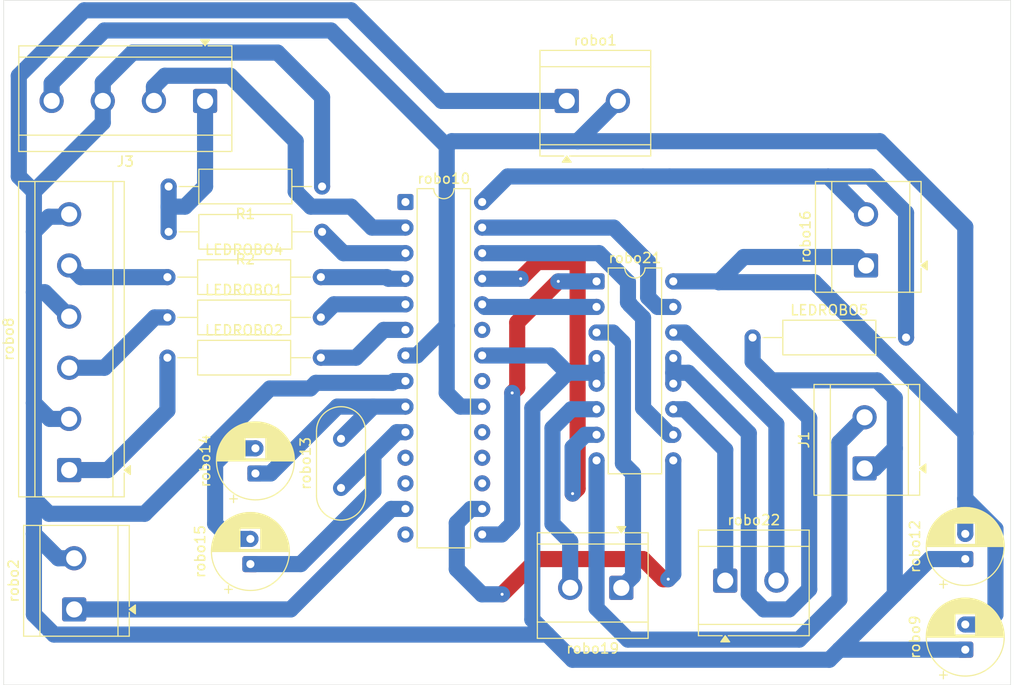
<source format=kicad_pcb>
(kicad_pcb (version 20241229) (generator "pcbnew") (generator_version "9.0")
  (layers (0 "F.Cu" signal) (2 "B.Cu" signal) (13 "F.Paste" user) (15 "B.Paste" user) (5 "F.SilkS" user "F.Silkscreen") (7 "B.SilkS" user "B.Silkscreen") (1 "F.Mask" user) (3 "B.Mask" user) (25 "Edge.Cuts" user))
  (net 0 "")
  (net 1 "GND ROBO")
  (net 2 "VCC ROBO")
  (net 3 "Net-(robo21-4Y)")
  (net 4 "Net-(robo21-3Y)")
  (net 5 "Net-(robo8-Pin_3)")
  (net 6 "Led_2")
  (net 7 "Net-(robo8-Pin_1)")
  (net 8 "Net-(J3-Pin_2)")
  (net 9 "Led_3")
  (net 10 "Net-(J3-Pin_1)")
  (net 11 "Net-(robo8-Pin_5)")
  (net 12 "Sentido Anti Horario Motor1")
  (net 14 "Sentido Anti Horario Motor2")
  (net 15 "Sentido Horario Motor1")
  (net 16 "Sentido Horario Motor2")
  (net 17 "Led_1")
  (net 18 "PWM MOTOR2")
  (net 20 "Net-(robo10-XTAL1{slash}PB6)")
  (net 22 "PWM MOTOR1")
  (net 23 "Net-(robo10-XTAL2{slash}PB7)")
  (net 25 "Net-(robo19-Pin_2)")
  (net 27 "Net-(robo19-Pin_1)")
  (net 29 "Net-(robo10-PC5)")
  (net 30 "VCC 9V")
  (net 32 "Net-(robo10-PD7)")
  (net 34 "Net-(robo10-PD1)")
  (footprint "TerminalBlock_CUI:TerminalBlock_CUI_TB007-508-02_1x02_P5.08mm_Horizontal" (layer "F.Cu") (at 171.16 75.1425)
    (property "Reference" "robo22" (at 2.84 -6.02 0) (layer "F.SilkS"))
    (property "Value" "motor")
    (pad "1" thru_hole roundrect (at 0 0) (size 2.4 2.4) (drill 1.6) (layers "*.Cu" "*.Mask") (roundrect_rratio 0.104167) (net 4 "Net-(robo21-3Y)"))
    (pad "2" thru_hole circle (at 5.08 0) (size 2.4 2.4) (drill 1.6) (layers "*.Cu" "*.Mask") (net 3 "Net-(robo21-4Y)"))
  )
  (footprint "Crystal:Crystal_HC49-4H_Vertical" (layer "F.Cu") (at 133 65.94 90)
    (property "Reference" "robo13" (at 2.44 -3.52 90) (layer "F.SilkS"))
    (property "Value" "Crystal")
    (pad "1" thru_hole circle (at 0 0 90) (size 1.5 1.5) (drill 0.8) (layers "*.Cu" "*.Mask") (net 23 "Net-(robo10-XTAL2{slash}PB7)"))
    (pad "2" thru_hole circle (at 4.88 0 90) (size 1.5 1.5) (drill 0.8) (layers "*.Cu" "*.Mask") (net 20 "Net-(robo10-XTAL1{slash}PB6)"))
  )
  (footprint "TerminalBlock_CUI:TerminalBlock_CUI_TB007-508-06_1x06_P5.08mm_Horizontal" (layer "F.Cu") (at 106 64.16 90)
    (property "Reference" "robo8" (at 13 -6.02 90) (layer "F.SilkS"))
    (property "Value" "leds")
    (pad "1" thru_hole roundrect (at 0 0 90) (size 2.4 2.4) (drill 1.6) (layers "*.Cu" "*.Mask") (roundrect_rratio 0.104167) (net 7 "Net-(robo8-Pin_1)"))
    (pad "2" thru_hole circle (at 5.08 0 90) (size 2.4 2.4) (drill 1.6) (layers "*.Cu" "*.Mask") (net 1 "GND ROBO"))
    (pad "3" thru_hole circle (at 10.16 0 90) (size 2.4 2.4) (drill 1.6) (layers "*.Cu" "*.Mask") (net 5 "Net-(robo8-Pin_3)"))
    (pad "4" thru_hole circle (at 15.24 0 90) (size 2.4 2.4) (drill 1.6) (layers "*.Cu" "*.Mask") (net 1 "GND ROBO"))
    (pad "5" thru_hole circle (at 20.32 0 90) (size 2.4 2.4) (drill 1.6) (layers "*.Cu" "*.Mask") (net 11 "Net-(robo8-Pin_5)"))
    (pad "6" thru_hole circle (at 25.4 0 90) (size 2.4 2.4) (drill 1.6) (layers "*.Cu" "*.Mask") (net 1 "GND ROBO"))
  )
  (footprint "Package_DIP:DIP-28_W7.62mm" (layer "F.Cu") (at 139.4 37.54)
    (property "Reference" "robo10" (at 3.81 -2.33 0) (layer "F.SilkS"))
    (property "Value" "ATmega328-P")
    (pad "1" thru_hole roundrect (at 0 0) (size 1.6 1.6) (drill 0.8) (layers "*.Cu" "*.Mask") (roundrect_rratio 0.15625))
    (pad "2" thru_hole circle (at 0 2.54) (size 1.6 1.6) (drill 0.8) (layers "*.Cu" "*.Mask") (net 8 "Net-(J3-Pin_2)"))
    (pad "3" thru_hole circle (at 0 5.08) (size 1.6 1.6) (drill 0.8) (layers "*.Cu" "*.Mask") (net 34 "Net-(robo10-PD1)"))
    (pad "4" thru_hole circle (at 0 7.62) (size 1.6 1.6) (drill 0.8) (layers "*.Cu" "*.Mask") (net 17 "Led_1"))
    (pad "5" thru_hole circle (at 0 10.16) (size 1.6 1.6) (drill 0.8) (layers "*.Cu" "*.Mask") (net 6 "Led_2"))
    (pad "6" thru_hole circle (at 0 12.7) (size 1.6 1.6) (drill 0.8) (layers "*.Cu" "*.Mask") (net 9 "Led_3"))
    (pad "7" thru_hole circle (at 0 15.24) (size 1.6 1.6) (drill 0.8) (layers "*.Cu" "*.Mask") (net 2 "VCC ROBO"))
    (pad "8" thru_hole circle (at 0 17.78) (size 1.6 1.6) (drill 0.8) (layers "*.Cu" "*.Mask") (net 1 "GND ROBO"))
    (pad "9" thru_hole circle (at 0 20.32) (size 1.6 1.6) (drill 0.8) (layers "*.Cu" "*.Mask") (net 20 "Net-(robo10-XTAL1{slash}PB6)"))
    (pad "10" thru_hole circle (at 0 22.86) (size 1.6 1.6) (drill 0.8) (layers "*.Cu" "*.Mask") (net 23 "Net-(robo10-XTAL2{slash}PB7)"))
    (pad "11" thru_hole circle (at 0 25.4) (size 1.6 1.6) (drill 0.8) (layers "*.Cu" "*.Mask"))
    (pad "12" thru_hole circle (at 0 27.94) (size 1.6 1.6) (drill 0.8) (layers "*.Cu" "*.Mask"))
    (pad "13" thru_hole circle (at 0 30.48) (size 1.6 1.6) (drill 0.8) (layers "*.Cu" "*.Mask") (net 32 "Net-(robo10-PD7)"))
    (pad "14" thru_hole circle (at 0 33.02) (size 1.6 1.6) (drill 0.8) (layers "*.Cu" "*.Mask"))
    (pad "15" thru_hole circle (at 7.62 33.02) (size 1.6 1.6) (drill 0.8) (layers "*.Cu" "*.Mask") (net 22 "PWM MOTOR1"))
    (pad "16" thru_hole circle (at 7.62 30.48) (size 1.6 1.6) (drill 0.8) (layers "*.Cu" "*.Mask") (net 18 "PWM MOTOR2"))
    (pad "17" thru_hole circle (at 7.62 27.94) (size 1.6 1.6) (drill 0.8) (layers "*.Cu" "*.Mask"))
    (pad "18" thru_hole circle (at 7.62 25.4) (size 1.6 1.6) (drill 0.8) (layers "*.Cu" "*.Mask"))
    (pad "19" thru_hole circle (at 7.62 22.86) (size 1.6 1.6) (drill 0.8) (layers "*.Cu" "*.Mask"))
    (pad "20" thru_hole circle (at 7.62 20.32) (size 1.6 1.6) (drill 0.8) (layers "*.Cu" "*.Mask") (net 2 "VCC ROBO"))
    (pad "21" thru_hole circle (at 7.62 17.78) (size 1.6 1.6) (drill 0.8) (layers "*.Cu" "*.Mask"))
    (pad "22" thru_hole circle (at 7.62 15.24) (size 1.6 1.6) (drill 0.8) (layers "*.Cu" "*.Mask") (net 1 "GND ROBO"))
    (pad "23" thru_hole circle (at 7.62 12.7) (size 1.6 1.6) (drill 0.8) (layers "*.Cu" "*.Mask"))
    (pad "24" thru_hole circle (at 7.62 10.16) (size 1.6 1.6) (drill 0.8) (layers "*.Cu" "*.Mask") (net 15 "Sentido Horario Motor1"))
    (pad "25" thru_hole circle (at 7.62 7.62) (size 1.6 1.6) (drill 0.8) (layers "*.Cu" "*.Mask") (net 12 "Sentido Anti Horario Motor1"))
    (pad "26" thru_hole circle (at 7.62 5.08) (size 1.6 1.6) (drill 0.8) (layers "*.Cu" "*.Mask") (net 16 "Sentido Horario Motor2"))
    (pad "27" thru_hole circle (at 7.62 2.54) (size 1.6 1.6) (drill 0.8) (layers "*.Cu" "*.Mask") (net 14 "Sentido Anti Horario Motor2"))
    (pad "28" thru_hole circle (at 7.62 0) (size 1.6 1.6) (drill 0.8) (layers "*.Cu" "*.Mask") (net 29 "Net-(robo10-PC5)"))
  )
  (footprint "Resistor_THT:R_Axial_DIN0309_L9.0mm_D3.2mm_P15.24mm_Horizontal" (layer "F.Cu") (at 115.76 45)
    (property "Reference" "LEDROBO4" (at 7.62 -2.72 0) (layer "F.SilkS"))
    (property "Value" "220")
    (pad "1" thru_hole circle (at 0 0) (size 1.6 1.6) (drill 0.8) (layers "*.Cu" "*.Mask") (net 11 "Net-(robo8-Pin_5)"))
    (pad "2" thru_hole circle (at 15.24 0) (size 1.6 1.6) (drill 0.8) (layers "*.Cu" "*.Mask") (net 17 "Led_1"))
  )
  (footprint "Package_DIP:DIP-16_W7.62mm" (layer "F.Cu") (at 158.38 45.42)
    (property "Reference" "robo21" (at 3.81 -2.33 0) (layer "F.SilkS"))
    (property "Value" "L293")
    (pad "1" thru_hole roundrect (at 0 0) (size 1.6 1.6) (drill 0.8) (layers "*.Cu" "*.Mask") (roundrect_rratio 0.15625) (net 22 "PWM MOTOR1"))
    (pad "2" thru_hole circle (at 0 2.54) (size 1.6 1.6) (drill 0.8) (layers "*.Cu" "*.Mask") (net 15 "Sentido Horario Motor1"))
    (pad "3" thru_hole circle (at 0 5.08) (size 1.6 1.6) (drill 0.8) (layers "*.Cu" "*.Mask") (net 27 "Net-(robo19-Pin_1)"))
    (pad "4" thru_hole circle (at 0 7.62) (size 1.6 1.6) (drill 0.8) (layers "*.Cu" "*.Mask") (net 1 "GND ROBO"))
    (pad "5" thru_hole circle (at 0 10.16) (size 1.6 1.6) (drill 0.8) (layers "*.Cu" "*.Mask") (net 1 "GND ROBO"))
    (pad "6" thru_hole circle (at 0 12.7) (size 1.6 1.6) (drill 0.8) (layers "*.Cu" "*.Mask") (net 25 "Net-(robo19-Pin_2)"))
    (pad "7" thru_hole circle (at 0 15.24) (size 1.6 1.6) (drill 0.8) (layers "*.Cu" "*.Mask") (net 12 "Sentido Anti Horario Motor1"))
    (pad "8" thru_hole circle (at 0 17.78) (size 1.6 1.6) (drill 0.8) (layers "*.Cu" "*.Mask") (net 30 "VCC 9V"))
    (pad "9" thru_hole circle (at 7.62 17.78) (size 1.6 1.6) (drill 0.8) (layers "*.Cu" "*.Mask") (net 18 "PWM MOTOR2"))
    (pad "10" thru_hole circle (at 7.62 15.24) (size 1.6 1.6) (drill 0.8) (layers "*.Cu" "*.Mask") (net 16 "Sentido Horario Motor2"))
    (pad "11" thru_hole circle (at 7.62 12.7) (size 1.6 1.6) (drill 0.8) (layers "*.Cu" "*.Mask") (net 4 "Net-(robo21-3Y)"))
    (pad "12" thru_hole circle (at 7.62 10.16) (size 1.6 1.6) (drill 0.8) (layers "*.Cu" "*.Mask") (net 1 "GND ROBO"))
    (pad "13" thru_hole circle (at 7.62 7.62) (size 1.6 1.6) (drill 0.8) (layers "*.Cu" "*.Mask") (net 1 "GND ROBO"))
    (pad "14" thru_hole circle (at 7.62 5.08) (size 1.6 1.6) (drill 0.8) (layers "*.Cu" "*.Mask") (net 3 "Net-(robo21-4Y)"))
    (pad "15" thru_hole circle (at 7.62 2.54) (size 1.6 1.6) (drill 0.8) (layers "*.Cu" "*.Mask") (net 14 "Sentido Anti Horario Motor2"))
    (pad "16" thru_hole circle (at 7.62 0) (size 1.6 1.6) (drill 0.8) (layers "*.Cu" "*.Mask") (net 2 "VCC ROBO"))
  )
  (footprint "TerminalBlock_CUI:TerminalBlock_CUI_TB007-508-02_1x02_P5.08mm_Horizontal" (layer "F.Cu") (at 106.5 78 90)
    (property "Reference" "robo2" (at 2.84 -6.02 90) (layer "F.SilkS"))
    (property "Value" "laser")
    (pad "1" thru_hole roundrect (at 0 0 90) (size 2.4 2.4) (drill 1.6) (layers "*.Cu" "*.Mask") (roundrect_rratio 0.104167) (net 32 "Net-(robo10-PD7)"))
    (pad "2" thru_hole circle (at 5.08 0 90) (size 2.4 2.4) (drill 1.6) (layers "*.Cu" "*.Mask") (net 1 "GND ROBO"))
  )
  (footprint "Resistor_THT:R_Axial_DIN0309_L9.0mm_D3.2mm_P15.24mm_Horizontal" (layer "F.Cu") (at 173.88 51)
    (property "Reference" "LEDROBO5" (at 7.62 -2.72 0) (layer "F.SilkS"))
    (property "Value" "10k")
    (pad "1" thru_hole circle (at 0 0) (size 1.6 1.6) (drill 0.8) (layers "*.Cu" "*.Mask") (net 1 "GND ROBO"))
    (pad "2" thru_hole circle (at 15.24 0) (size 1.6 1.6) (drill 0.8) (layers "*.Cu" "*.Mask") (net 29 "Net-(robo10-PC5)"))
  )
  (footprint "Resistor_THT:R_Axial_DIN0309_L9.0mm_D3.2mm_P15.24mm_Horizontal" (layer "F.Cu") (at 115.76 53)
    (property "Reference" "LEDROBO2" (at 7.62 -2.72 0) (layer "F.SilkS"))
    (property "Value" "220")
    (pad "1" thru_hole circle (at 0 0) (size 1.6 1.6) (drill 0.8) (layers "*.Cu" "*.Mask") (net 7 "Net-(robo8-Pin_1)"))
    (pad "2" thru_hole circle (at 15.24 0) (size 1.6 1.6) (drill 0.8) (layers "*.Cu" "*.Mask") (net 9 "Led_3"))
  )
  (footprint "Capacitor_THT:CP_Radial_D7.5mm_P2.50mm" (layer "F.Cu") (at 124 73.5 90)
    (property "Reference" "robo15" (at 1.25 -5 90) (layer "F.SilkS"))
    (property "Value" "22pF")
    (pad "1" thru_hole roundrect (at 0 0 90) (size 1.6 1.6) (drill 0.8) (layers "*.Cu" "*.Mask") (roundrect_rratio 0.15625) (net 23 "Net-(robo10-XTAL2{slash}PB7)"))
    (pad "2" thru_hole circle (at 2.5 0 90) (size 1.6 1.6) (drill 0.8) (layers "*.Cu" "*.Mask") (net 1 "GND ROBO"))
  )
  (footprint "TerminalBlock_CUI:TerminalBlock_CUI_TB007-508-02_1x02_P5.08mm_Horizontal" (layer "F.Cu") (at 155.42 27.5)
    (property "Reference" "robo1" (at 2.84 -6.02 0) (layer "F.SilkS"))
    (property "Value" "Fonte de alimentação principal")
    (pad "1" thru_hole roundrect (at 0 0) (size 2.4 2.4) (drill 1.6) (layers "*.Cu" "*.Mask") (roundrect_rratio 0.104167) (net 1 "GND ROBO"))
    (pad "2" thru_hole circle (at 5.08 0) (size 2.4 2.4) (drill 1.6) (layers "*.Cu" "*.Mask") (net 2 "VCC ROBO"))
  )
  (footprint "TerminalBlock_CUI:TerminalBlock_CUI_TB007-508-04_1x04_P5.08mm_Horizontal" (layer "F.Cu") (at 119.5 27.5 180)
    (property "Reference" "J3" (at 7.92 -6.02 0) (layer "F.SilkS"))
    (property "Value" "hc06")
    (pad "1" thru_hole roundrect (at 0 0 180) (size 2.4 2.4) (drill 1.6) (layers "*.Cu" "*.Mask") (roundrect_rratio 0.104167) (net 10 "Net-(J3-Pin_1)"))
    (pad "2" thru_hole circle (at 5.08 0 180) (size 2.4 2.4) (drill 1.6) (layers "*.Cu" "*.Mask") (net 8 "Net-(J3-Pin_2)"))
    (pad "3" thru_hole circle (at 10.16 0 180) (size 2.4 2.4) (drill 1.6) (layers "*.Cu" "*.Mask") (net 1 "GND ROBO"))
    (pad "4" thru_hole circle (at 15.24 0 180) (size 2.4 2.4) (drill 1.6) (layers "*.Cu" "*.Mask") (net 2 "VCC ROBO"))
  )
  (footprint "Resistor_THT:R_Axial_DIN0309_L9.0mm_D3.2mm_P15.24mm_Horizontal" (layer "F.Cu") (at 115.76 49)
    (property "Reference" "LEDROBO1" (at 7.62 -2.72 0) (layer "F.SilkS"))
    (property "Value" "220")
    (pad "1" thru_hole circle (at 0 0) (size 1.6 1.6) (drill 0.8) (layers "*.Cu" "*.Mask") (net 5 "Net-(robo8-Pin_3)"))
    (pad "2" thru_hole circle (at 15.24 0) (size 1.6 1.6) (drill 0.8) (layers "*.Cu" "*.Mask") (net 6 "Led_2"))
  )
  (footprint "TerminalBlock_CUI:TerminalBlock_CUI_TB007-508-02_1x02_P5.08mm_Horizontal" (layer "F.Cu") (at 185 64 90)
    (property "Reference" "J1" (at 2.84 -6.02 90) (layer "F.SilkS"))
    (property "Value" "fonte 9v")
    (pad "1" thru_hole roundrect (at 0 0 90) (size 2.4 2.4) (drill 1.6) (layers "*.Cu" "*.Mask") (roundrect_rratio 0.104167) (net 1 "GND ROBO"))
    (pad "2" thru_hole circle (at 5.08 0 90) (size 2.4 2.4) (drill 1.6) (layers "*.Cu" "*.Mask") (net 30 "VCC 9V"))
  )
  (footprint "Capacitor_THT:CP_Radial_D7.5mm_P2.50mm" (layer "F.Cu") (at 195 73 90)
    (property "Reference" "robo12" (at 1.25 -5 90) (layer "F.SilkS"))
    (property "Value" "0.1uF")
    (pad "1" thru_hole roundrect (at 0 0 90) (size 1.6 1.6) (drill 0.8) (layers "*.Cu" "*.Mask") (roundrect_rratio 0.15625) (net 1 "GND ROBO"))
    (pad "2" thru_hole circle (at 2.5 0 90) (size 1.6 1.6) (drill 0.8) (layers "*.Cu" "*.Mask") (net 2 "VCC ROBO"))
  )
  (footprint "TerminalBlock_CUI:TerminalBlock_CUI_TB007-508-02_1x02_P5.08mm_Horizontal" (layer "F.Cu") (at 185.1425 43.84 90)
    (property "Reference" "robo16" (at 2.84 -6.02 90) (layer "F.SilkS"))
    (property "Value" "LDR")
    (pad "1" thru_hole roundrect (at 0 0 90) (size 2.4 2.4) (drill 1.6) (layers "*.Cu" "*.Mask") (roundrect_rratio 0.104167) (net 2 "VCC ROBO"))
    (pad "2" thru_hole circle (at 5.08 0 90) (size 2.4 2.4) (drill 1.6) (layers "*.Cu" "*.Mask") (net 29 "Net-(robo10-PC5)"))
  )
  (footprint "Capacitor_THT:CP_Radial_D7.5mm_P2.50mm" (layer "F.Cu") (at 195 82 90)
    (property "Reference" "robo9" (at 1.25 -5 90) (layer "F.SilkS"))
    (property "Value" "0.1uF")
    (pad "1" thru_hole roundrect (at 0 0 90) (size 1.6 1.6) (drill 0.8) (layers "*.Cu" "*.Mask") (roundrect_rratio 0.15625) (net 1 "GND ROBO"))
    (pad "2" thru_hole circle (at 2.5 0 90) (size 1.6 1.6) (drill 0.8) (layers "*.Cu" "*.Mask") (net 2 "VCC ROBO"))
  )
  (footprint "Capacitor_THT:CP_Radial_D7.5mm_P2.50mm" (layer "F.Cu") (at 124.5 64.5 90)
    (property "Reference" "robo14" (at 1.25 -5 90) (layer "F.SilkS"))
    (property "Value" "22pF")
    (pad "1" thru_hole roundrect (at 0 0 90) (size 1.6 1.6) (drill 0.8) (layers "*.Cu" "*.Mask") (roundrect_rratio 0.15625) (net 20 "Net-(robo10-XTAL1{slash}PB6)"))
    (pad "2" thru_hole circle (at 2.5 0 90) (size 1.6 1.6) (drill 0.8) (layers "*.Cu" "*.Mask") (net 1 "GND ROBO"))
  )
  (footprint "Resistor_THT:R_Axial_DIN0309_L9.0mm_D3.2mm_P15.24mm_Horizontal" (layer "F.Cu") (at 131.12 36 180)
    (property "Reference" "R1" (at 7.62 -2.72 0) (layer "F.SilkS"))
    (property "Value" "1000")
    (pad "1" thru_hole circle (at 0 0 180) (size 1.6 1.6) (drill 0.8) (layers "*.Cu" "*.Mask") (net 1 "GND ROBO"))
    (pad "2" thru_hole circle (at 15.24 0 180) (size 1.6 1.6) (drill 0.8) (layers "*.Cu" "*.Mask") (net 10 "Net-(J3-Pin_1)"))
  )
  (footprint "Resistor_THT:R_Axial_DIN0309_L9.0mm_D3.2mm_P15.24mm_Horizontal" (layer "F.Cu") (at 131.12 40.5 180)
    (property "Reference" "R2" (at 7.62 -2.72 0) (layer "F.SilkS"))
    (property "Value" "2000")
    (pad "1" thru_hole circle (at 0 0 180) (size 1.6 1.6) (drill 0.8) (layers "*.Cu" "*.Mask") (net 34 "Net-(robo10-PD1)"))
    (pad "2" thru_hole circle (at 15.24 0 180) (size 1.6 1.6) (drill 0.8) (layers "*.Cu" "*.Mask") (net 10 "Net-(J3-Pin_1)"))
  )
  (footprint "TerminalBlock_CUI:TerminalBlock_CUI_TB007-508-02_1x02_P5.08mm_Horizontal" (layer "F.Cu") (at 160.84 75.8575 180)
    (property "Reference" "robo19" (at 2.84 -6.02 0) (layer "F.SilkS"))
    (property "Value" "motor")
    (pad "1" thru_hole roundrect (at 0 0 180) (size 2.4 2.4) (drill 1.6) (layers "*.Cu" "*.Mask") (roundrect_rratio 0.104167) (net 27 "Net-(robo19-Pin_1)"))
    (pad "2" thru_hole circle (at 5.08 0 180) (size 2.4 2.4) (drill 1.6) (layers "*.Cu" "*.Mask") (net 25 "Net-(robo19-Pin_2)"))
  )
  (gr_rect (start 99.5 17.5) (end 199.5 85.5) (stroke (width 0.05)) (fill no) (layer "Edge.Cuts"))
  (segment (start 107.5 18.5) (end 101 25) (width 1.6) (layer "B.Cu") (net 1))
  (segment (start 195 82) (end 182.5 82) (width 1.6) (layer "B.Cu") (net 1))
  (segment (start 158.38 53.04) (end 158.38 54.5) (width 1.6) (layer "B.Cu") (net 1))
  (segment (start 156 83) (end 181.5 83) (width 1.6) (layer "B.Cu") (net 1))
  (segment (start 147.02 52.78) (end 153.78 52.78) (width 1.6) (layer "B.Cu") (net 1))
  (segment (start 186.25 55.25) (end 175.75 55.25) (width 1.6) (layer "B.Cu") (net 1))
  (segment (start 155.5 54.5) (end 152 58) (width 1.6) (layer "B.Cu") (net 1))
  (segment (start 179.5 59) (end 179.5 76) (width 1.6) (layer "B.Cu") (net 1))
  (segment (start 113.5 68.5) (end 120.5 61.5) (width 1.6) (layer "B.Cu") (net 1))
  (segment (start 102.5 70.5) (end 102.5 78.5) (width 1.6) (layer "B.Cu") (net 1))
  (segment (start 173.5 60.5) (end 167.5 54.5) (width 1.6) (layer "B.Cu") (net 1))
  (segment (start 106 59.08) (end 104.08 59.08) (width 1.6) (layer "B.Cu") (net 1))
  (segment (start 102.5 46.5) (end 102.5 40.5) (width 1.6) (layer "B.Cu") (net 1))
  (segment (start 102.5 70.5) (end 104.92 72.92) (width 1.6) (layer "B.Cu") (net 1))
  (segment (start 124 71) (end 122 71) (width 1.6) (layer "B.Cu") (net 1))
  (segment (start 138.08863 55.5) (end 130.5 55.5) (width 1.6) (layer "B.Cu") (net 1))
  (segment (start 126.699 22.699) (end 131.12 27.12) (width 1.6) (layer "B.Cu") (net 1))
  (segment (start 185 64) (end 186 64) (width 1.6) (layer "B.Cu") (net 1))
  (segment (start 188 57) (end 186.25 55.25) (width 1.6) (layer "B.Cu") (net 1))
  (segment (start 112.301 22.699) (end 126.699 22.699) (width 1.6) (layer "B.Cu") (net 1))
  (segment (start 138.26863 55.32) (end 138.08863 55.5) (width 1.6) (layer "B.Cu") (net 1))
  (segment (start 131.12 27.12) (end 131.12 36) (width 1.6) (layer "B.Cu") (net 1))
  (segment (start 104 39) (end 105.76 39) (width 1.6) (layer "B.Cu") (net 1))
  (segment (start 177.5 78) (end 175 78) (width 1.6) (layer "B.Cu") (net 1))
  (segment (start 102.5 40.5) (end 104 39) (width 1.6) (layer "B.Cu") (net 1))
  (segment (start 181.5 83) (end 182.5 82) (width 1.6) (layer "B.Cu") (net 1))
  (segment (start 102.5 36.5) (end 102.5 40.5) (width 1.6) (layer "B.Cu") (net 1))
  (segment (start 152 58) (end 152 79) (width 1.6) (layer "B.Cu") (net 1))
  (segment (start 101 25) (end 101 35) (width 1.6) (layer "B.Cu") (net 1))
  (segment (start 102.5 78.5) (end 104.5 80.5) (width 1.6) (layer "B.Cu") (net 1))
  (segment (start 109.34 27.5) (end 109.34 25.66) (width 1.6) (layer "B.Cu") (net 1))
  (segment (start 155.5 54.5) (end 158.38 54.5) (width 1.6) (layer "B.Cu") (net 1))
  (segment (start 175.75 55.25) (end 179.5 59) (width 1.6) (layer "B.Cu") (net 1))
  (segment (start 102.5 67) (end 102.5 70.5) (width 1.6) (layer "B.Cu") (net 1))
  (segment (start 104.08 59.08) (end 102.5 57.5) (width 1.6) (layer "B.Cu") (net 1))
  (segment (start 152 79) (end 153.5 80.5) (width 1.6) (layer "B.Cu") (net 1))
  (segment (start 173.5 76.5) (end 173.5 60.5) (width 1.6) (layer "B.Cu") (net 1))
  (segment (start 179.5 76) (end 177.5 78) (width 1.6) (layer "B.Cu") (net 1))
  (segment (start 139.4 55.32) (end 138.26863 55.32) (width 1.6) (layer "B.Cu") (net 1))
  (segment (start 125.941 56.059) (end 120.5 61.5) (width 1.6) (layer "B.Cu") (net 1))
  (segment (start 104 68.5) (end 113.5 68.5) (width 1.6) (layer "B.Cu") (net 1))
  (segment (start 166 54.5) (end 166 55.58) (width 1.6) (layer "B.Cu") (net 1))
  (segment (start 106 48.92) (end 103.58 46.5) (width 1.6) (layer "B.Cu") (net 1))
  (segment (start 143 27.5) (end 134 18.5) (width 1.6) (layer "B.Cu") (net 1))
  (segment (start 120.5 61.5) (end 120.5 63.5) (width 1.6) (layer "B.Cu") (net 1))
  (segment (start 155.42 27.5) (end 143 27.5) (width 1.6) (layer "B.Cu") (net 1))
  (segment (start 166 53.04) (end 166 54.5) (width 1.6) (layer "B.Cu") (net 1))
  (segment (start 173.88 51) (end 173.88 53.38) (width 1.6) (layer "B.Cu") (net 1))
  (segment (start 102.5 67) (end 104 68.5) (width 1.6) (layer "B.Cu") (net 1))
  (segment (start 191.5 73) (end 188 76.5) (width 1.6) (layer "B.Cu") (net 1))
  (segment (start 109.34 27.5) (end 109.34 29.66) (width 1.6) (layer "B.Cu") (net 1))
  (segment (start 120.5 69.5) (end 120.5 63.5) (width 1.6) (layer "B.Cu") (net 1))
  (segment (start 120.5 63.5) (end 122 62) (width 1.6) (layer "B.Cu") (net 1))
  (segment (start 188 62) (end 188 57) (width 1.6) (layer "B.Cu") (net 1))
  (segment (start 134 18.5) (end 107.5 18.5) (width 1.6) (layer "B.Cu") (net 1))
  (segment (start 101 35) (end 102.5 36.5) (width 1.6) (layer "B.Cu") (net 1))
  (segment (start 129.941 56.059) (end 125.941 56.059) (width 1.6) (layer "B.Cu") (net 1))
  (segment (start 175 78) (end 173.5 76.5) (width 1.6) (layer "B.Cu") (net 1))
  (segment (start 173.88 53.38) (end 175.75 55.25) (width 1.6) (layer "B.Cu") (net 1))
  (segment (start 104.5 80.5) (end 153.5 80.5) (width 1.6) (layer "B.Cu") (net 1))
  (segment (start 122 71) (end 120.5 69.5) (width 1.6) (layer "B.Cu") (net 1))
  (segment (start 109.34 25.66) (end 112.301 22.699) (width 1.6) (layer "B.Cu") (net 1))
  (segment (start 188 62) (end 188 76.5) (width 1.6) (layer "B.Cu") (net 1))
  (segment (start 130.5 55.5) (end 129.941 56.059) (width 1.6) (layer "B.Cu") (net 1))
  (segment (start 186 64) (end 188 62) (width 1.6) (layer "B.Cu") (net 1))
  (segment (start 167.5 54.5) (end 166 54.5) (width 1.6) (layer "B.Cu") (net 1))
  (segment (start 102.5 57.5) (end 102.5 67) (width 1.6) (layer "B.Cu") (net 1))
  (segment (start 103.58 46.5) (end 102.5 46.5) (width 1.6) (layer "B.Cu") (net 1))
  (segment (start 153.78 52.78) (end 155.5 54.5) (width 1.6) (layer "B.Cu") (net 1))
  (segment (start 102.5 57.5) (end 102.5 46.5) (width 1.6) (layer "B.Cu") (net 1))
  (segment (start 195 73) (end 191.5 73) (width 1.6) (layer "B.Cu") (net 1))
  (segment (start 104.92 72.92) (end 106.5 72.92) (width 1.6) (layer "B.Cu") (net 1))
  (segment (start 158.38 54.5) (end 158.38 55.58) (width 1.6) (layer "B.Cu") (net 1))
  (segment (start 105.76 39) (end 106 38.76) (width 1.6) (layer "B.Cu") (net 1))
  (segment (start 188 76.5) (end 182.5 82) (width 1.6) (layer "B.Cu") (net 1))
  (segment (start 153.5 80.5) (end 156 83) (width 1.6) (layer "B.Cu") (net 1))
  (segment (start 109.34 29.66) (end 102.5 36.5) (width 1.6) (layer "B.Cu") (net 1))
  (segment (start 122 62) (end 124.5 62) (width 1.6) (layer "B.Cu") (net 1))
  (segment (start 170.42 45.42) (end 166 45.42) (width 1.6) (layer "B.Cu") (net 2))
  (segment (start 198 78.5) (end 198 70) (width 1.6) (layer "B.Cu") (net 2))
  (segment (start 195 60.5) (end 180 45.5) (width 1.6) (layer "B.Cu") (net 2))
  (segment (start 197 79.5) (end 198 78.5) (width 1.6) (layer "B.Cu") (net 2))
  (segment (start 195 40) (end 195 60.5) (width 1.6) (layer "B.Cu") (net 2))
  (segment (start 156.5 31.5) (end 186.5 31.5) (width 1.6) (layer "B.Cu") (net 2))
  (segment (start 144 31.5) (end 143.5 32) (width 1.6) (layer "B.Cu") (net 2))
  (segment (start 160.5 27.5) (end 156.5 31.5) (width 1.6) (layer "B.Cu") (net 2))
  (segment (start 139.4 52.78) (end 140.53137 52.78) (width 1.6) (layer "B.Cu") (net 2))
  (segment (start 184.3025 43) (end 173 43) (width 1.6) (layer "B.Cu") (net 2))
  (segment (start 156.5 31.5) (end 144 31.5) (width 1.6) (layer "B.Cu") (net 2))
  (segment (start 195 70.5) (end 195 67) (width 1.6) (layer "B.Cu") (net 2))
  (segment (start 140.53137 52.78) (end 143.5 49.81137) (width 1.6) (layer "B.Cu") (net 2))
  (segment (start 186.5 31.5) (end 195 40) (width 1.6) (layer "B.Cu") (net 2))
  (segment (start 170.5 45.5) (end 170.42 45.42) (width 1.6) (layer "B.Cu") (net 2))
  (segment (start 185.1425 43.84) (end 184.3025 43) (width 1.6) (layer "B.Cu") (net 2))
  (segment (start 198 70) (end 195 67) (width 1.6) (layer "B.Cu") (net 2))
  (segment (start 195 79.5) (end 197 79.5) (width 1.6) (layer "B.Cu") (net 2))
  (segment (start 143.5 49.81137) (end 143.5 56.5) (width 1.6) (layer "B.Cu") (net 2))
  (segment (start 144.86 57.86) (end 147.02 57.86) (width 1.6) (layer "B.Cu") (net 2))
  (segment (start 143.5 56.5) (end 144.86 57.86) (width 1.6) (layer "B.Cu") (net 2))
  (segment (start 180 45.5) (end 170.5 45.5) (width 1.6) (layer "B.Cu") (net 2))
  (segment (start 132 20.5) (end 109.5 20.5) (width 1.6) (layer "B.Cu") (net 2))
  (segment (start 109.5 20.5) (end 104.26 25.74) (width 1.6) (layer "B.Cu") (net 2))
  (segment (start 195 67) (end 195 60.5) (width 1.6) (layer "B.Cu") (net 2))
  (segment (start 143.5 32) (end 132 20.5) (width 1.6) (layer "B.Cu") (net 2))
  (segment (start 104.26 25.74) (end 104.26 27.5) (width 1.6) (layer "B.Cu") (net 2))
  (segment (start 173 43) (end 170.5 45.5) (width 1.6) (layer "B.Cu") (net 2))
  (segment (start 143.5 49.81137) (end 143.5 32) (width 1.6) (layer "B.Cu") (net 2))
  (segment (start 176.24 75.1425) (end 176.24 59.60863) (width 1.6) (layer "B.Cu") (net 3))
  (segment (start 167.13137 50.5) (end 166 50.5) (width 1.6) (layer "B.Cu") (net 3))
  (segment (start 176.24 59.60863) (end 167.13137 50.5) (width 1.6) (layer "B.Cu") (net 3))
  (segment (start 167.13137 58.12) (end 166 58.12) (width 1.6) (layer "B.Cu") (net 4))
  (segment (start 171.16 75.1425) (end 171.16 62.14863) (width 1.6) (layer "B.Cu") (net 4))
  (segment (start 171.16 62.14863) (end 167.13137 58.12) (width 1.6) (layer "B.Cu") (net 4))
  (segment (start 109.5 54) (end 106 54) (width 1.6) (layer "B.Cu") (net 5))
  (segment (start 114.5 49) (end 109.5 54) (width 1.6) (layer "B.Cu") (net 5))
  (segment (start 115.76 49) (end 114.5 49) (width 1.6) (layer "B.Cu") (net 5))
  (segment (start 139.4 47.7) (end 132.3 47.7) (width 1.6) (layer "B.Cu") (net 6))
  (segment (start 132.3 47.7) (end 131 49) (width 1.6) (layer "B.Cu") (net 6))
  (segment (start 115.76 53) (end 115.76 58.24) (width 1.6) (layer "B.Cu") (net 7))
  (segment (start 115.76 58.24) (end 109.84 64.16) (width 1.6) (layer "B.Cu") (net 7))
  (segment (start 109.84 64.16) (end 106 64.16) (width 1.6) (layer "B.Cu") (net 7))
  (segment (start 114.42 26.08) (end 115.5 25) (width 1.6) (layer "B.Cu") (net 8))
  (segment (start 114.42 27.5) (end 114.42 26.08) (width 1.6) (layer "B.Cu") (net 8))
  (segment (start 128.5 36.5) (end 130 38) (width 1.6) (layer "B.Cu") (net 8))
  (segment (start 136.08 40.08) (end 139.4 40.08) (width 1.6) (layer "B.Cu") (net 8))
  (segment (start 114.5 27.42) (end 114.42 27.5) (width 1.6) (layer "B.Cu") (net 8))
  (segment (start 134 38) (end 136.08 40.08) (width 1.6) (layer "B.Cu") (net 8))
  (segment (start 115.5 25) (end 122 25) (width 1.6) (layer "B.Cu") (net 8))
  (segment (start 128.5 31.5) (end 128.5 36.5) (width 1.6) (layer "B.Cu") (net 8))
  (segment (start 122 25) (end 128.5 31.5) (width 1.6) (layer "B.Cu") (net 8))
  (segment (start 130 38) (end 134 38) (width 1.6) (layer "B.Cu") (net 8))
  (segment (start 134.48 53) (end 131 53) (width 1.6) (layer "B.Cu") (net 9))
  (segment (start 139.4 50.24) (end 137.24 50.24) (width 1.6) (layer "B.Cu") (net 9))
  (segment (start 137.24 50.24) (end 134.48 53) (width 1.6) (layer "B.Cu") (net 9))
  (segment (start 115.88 38) (end 117.5 38) (width 1.6) (layer "B.Cu") (net 10))
  (segment (start 115.88 36) (end 115.88 38) (width 1.6) (layer "B.Cu") (net 10))
  (segment (start 117.5 38) (end 119.5 36) (width 1.6) (layer "B.Cu") (net 10))
  (segment (start 115.88 38) (end 115.88 40.5) (width 1.6) (layer "B.Cu") (net 10))
  (segment (start 119.5 36) (end 119.5 27.5) (width 1.6) (layer "B.Cu") (net 10))
  (segment (start 107.16 45) (end 106 43.84) (width 1.6) (layer "B.Cu") (net 11))
  (segment (start 115.76 45) (end 107.16 45) (width 1.6) (layer "B.Cu") (net 11))
  (segment (start 152.5 43.5) (end 150.84 45.16) (width 1.6) (layer "F.Cu") (net 12))
  (segment (start 156.5 66) (end 156.5 43.5) (width 1.6) (layer "F.Cu") (net 12))
  (segment (start 156.5 43.5) (end 152.5 43.5) (width 1.6) (layer "F.Cu") (net 12))
  (segment (start 156 66.5) (end 156.5 66) (width 1.6) (layer "F.Cu") (net 12))
  (via (at 156 66.5) (size 0.6) (drill 0.3) (layers "F.Cu" "B.Cu") (net 12))
  (via (at 150.84 45.16) (size 0.6) (drill 0.3) (layers "F.Cu" "B.Cu") (net 12))
  (segment (start 147.02 45.16) (end 150.84 45.16) (width 1.6) (layer "B.Cu") (net 12))
  (segment (start 157.24863 60.66) (end 156 61.90863) (width 1.6) (layer "B.Cu") (net 12))
  (segment (start 156 61.90863) (end 156 66.5) (width 1.6) (layer "B.Cu") (net 12))
  (segment (start 158.38 60.66) (end 157.24863 60.66) (width 1.6) (layer "B.Cu") (net 12))
  (segment (start 163.5 43.5) (end 160.08 40.08) (width 1.6) (layer "B.Cu") (net 14))
  (segment (start 166 47.96) (end 164.46 47.96) (width 1.6) (layer "B.Cu") (net 14))
  (segment (start 160.08 40.08) (end 147.02 40.08) (width 1.6) (layer "B.Cu") (net 14))
  (segment (start 164.46 47.96) (end 163.5 47) (width 1.6) (layer "B.Cu") (net 14))
  (segment (start 163.5 47) (end 163.5 43.5) (width 1.6) (layer "B.Cu") (net 14))
  (segment (start 147.28 47.96) (end 147.02 47.7) (width 1.6) (layer "B.Cu") (net 15))
  (segment (start 158.38 47.96) (end 147.28 47.96) (width 1.6) (layer "B.Cu") (net 15))
  (segment (start 161.699 47.745999) (end 163 49.046999) (width 1.6) (layer "B.Cu") (net 16))
  (segment (start 165.66 60.66) (end 166 60.66) (width 1.6) (layer "B.Cu") (net 16))
  (segment (start 147.02 42.62) (end 158.62 42.62) (width 1.6) (layer "B.Cu") (net 16))
  (segment (start 163 58) (end 165.66 60.66) (width 1.6) (layer "B.Cu") (net 16))
  (segment (start 163 49.046999) (end 163 58) (width 1.6) (layer "B.Cu") (net 16))
  (segment (start 161.5 47.5) (end 161.699 47.699) (width 1.6) (layer "B.Cu") (net 16))
  (segment (start 158.62 42.62) (end 161.5 45.5) (width 1.6) (layer "B.Cu") (net 16))
  (segment (start 161.699 47.699) (end 161.699 47.745999) (width 1.6) (layer "B.Cu") (net 16))
  (segment (start 161.5 45.5) (end 161.5 47.5) (width 1.6) (layer "B.Cu") (net 16))
  (segment (start 139.4 45.16) (end 137.706998 45.16) (width 1.6) (layer "B.Cu") (net 17))
  (segment (start 137.706998 45.16) (end 137.546998 45) (width 1.6) (layer "B.Cu") (net 17))
  (segment (start 137.546998 45) (end 131 45) (width 1.6) (layer "B.Cu") (net 17))
  (segment (start 152.5 73) (end 163 73) (width 1.6) (layer "F.Cu") (net 18))
  (segment (start 163 73) (end 165 75) (width 1.6) (layer "F.Cu") (net 18))
  (segment (start 149 76.5) (end 152.5 73) (width 1.6) (layer "F.Cu") (net 18))
  (segment (start 165 75) (end 165.5 75) (width 1.6) (layer "F.Cu") (net 18))
  (via (at 165.5 75) (size 0.6) (drill 0.3) (layers "F.Cu" "B.Cu") (net 18))
  (via (at 149 76.5) (size 0.6) (drill 0.3) (layers "F.Cu" "B.Cu") (net 18))
  (segment (start 144.5 74) (end 147 76.5) (width 1.6) (layer "B.Cu") (net 18))
  (segment (start 145.88863 68.02) (end 144.5 69.40863) (width 1.6) (layer "B.Cu") (net 18))
  (segment (start 166 74.5) (end 165.5 75) (width 1.6) (layer "B.Cu") (net 18))
  (segment (start 144.5 69.40863) (end 144.5 74) (width 1.6) (layer "B.Cu") (net 18))
  (segment (start 147 76.5) (end 149 76.5) (width 1.6) (layer "B.Cu") (net 18))
  (segment (start 147.02 68.02) (end 145.88863 68.02) (width 1.6) (layer "B.Cu") (net 18))
  (segment (start 166 63.2) (end 166 74.5) (width 1.6) (layer "B.Cu") (net 18))
  (segment (start 124.5 64.5) (end 126 64.5) (width 1.6) (layer "B.Cu") (net 20))
  (segment (start 136.2 57.86) (end 139.4 57.86) (width 1.6) (layer "B.Cu") (net 20))
  (segment (start 132.64 57.86) (end 136.2 57.86) (width 1.6) (layer "B.Cu") (net 20))
  (segment (start 126 64.5) (end 132.64 57.86) (width 1.6) (layer "B.Cu") (net 20))
  (segment (start 133 61.06) (end 136.2 57.86) (width 1.6) (layer "B.Cu") (net 20))
  (segment (start 154.58 45.42) (end 150.5 49.5) (width 1.6) (layer "F.Cu") (net 22))
  (segment (start 150.5 56) (end 150 56.5) (width 1.6) (layer "F.Cu") (net 22))
  (segment (start 150.5 49.5) (end 150.5 56) (width 1.6) (layer "F.Cu") (net 22))
  (via (at 150 56.5) (size 0.6) (drill 0.3) (layers "F.Cu" "B.Cu") (net 22))
  (via (at 154.58 45.42) (size 0.6) (drill 0.3) (layers "F.Cu" "B.Cu") (net 22))
  (segment (start 158.38 45.42) (end 154.58 45.42) (width 1.6) (layer "B.Cu") (net 22))
  (segment (start 149.5 70) (end 150 69.5) (width 1.6) (layer "B.Cu") (net 22))
  (segment (start 150 69.5) (end 150 56.5) (width 1.6) (layer "B.Cu") (net 22))
  (segment (start 147.02 70.56) (end 148.94 70.56) (width 1.6) (layer "B.Cu") (net 22))
  (segment (start 148.94 70.56) (end 149.5 70) (width 1.6) (layer "B.Cu") (net 22))
  (segment (start 129 73.5) (end 136.22 66.28) (width 1.6) (layer "B.Cu") (net 23))
  (segment (start 136.22 62.72) (end 138.54 60.4) (width 1.6) (layer "B.Cu") (net 23))
  (segment (start 124 73.5) (end 129 73.5) (width 1.6) (layer "B.Cu") (net 23))
  (segment (start 138.54 60.4) (end 139.4 60.4) (width 1.6) (layer "B.Cu") (net 23))
  (segment (start 136.22 66.28) (end 136.22 62.72) (width 1.6) (layer "B.Cu") (net 23))
  (segment (start 133 65.94) (end 136.22 62.72) (width 1.6) (layer "B.Cu") (net 23))
  (segment (start 154 60) (end 154 69.5) (width 1.6) (layer "B.Cu") (net 25))
  (segment (start 155.76 71.26) (end 155.76 75.8575) (width 1.6) (layer "B.Cu") (net 25))
  (segment (start 158.38 58.12) (end 155.88 58.12) (width 1.6) (layer "B.Cu") (net 25))
  (segment (start 155.88 58.12) (end 154 60) (width 1.6) (layer "B.Cu") (net 25))
  (segment (start 154 69.5) (end 155.76 71.26) (width 1.6) (layer "B.Cu") (net 25))
  (segment (start 162 74.6975) (end 162 64.5) (width 1.6) (layer "B.Cu") (net 27))
  (segment (start 161 63.5) (end 161 51.5) (width 1.6) (layer "B.Cu") (net 27))
  (segment (start 162 64.5) (end 161 63.5) (width 1.6) (layer "B.Cu") (net 27))
  (segment (start 160.84 75.8575) (end 162 74.6975) (width 1.6) (layer "B.Cu") (net 27))
  (segment (start 161 51.5) (end 160 50.5) (width 1.6) (layer "B.Cu") (net 27))
  (segment (start 160 50.5) (end 158.38 50.5) (width 1.6) (layer "B.Cu") (net 27))
  (segment (start 165.62 35) (end 181.3825 35) (width 1.6) (layer "B.Cu") (net 29))
  (segment (start 149.56 35) (end 163 35) (width 1.6) (layer "B.Cu") (net 29))
  (segment (start 181.3825 35) (end 185.1425 38.76) (width 1.6) (layer "B.Cu") (net 29))
  (segment (start 189.12 51) (end 189.12 38.62) (width 1.6) (layer "B.Cu") (net 29))
  (segment (start 185.5 35) (end 181.3825 35) (width 1.6) (layer "B.Cu") (net 29))
  (segment (start 163 35) (end 165.62 35) (width 1.6) (layer "B.Cu") (net 29))
  (segment (start 189.12 38.62) (end 185.5 35) (width 1.6) (layer "B.Cu") (net 29))
  (segment (start 147.02 37.54) (end 149.56 35) (width 1.6) (layer "B.Cu") (net 29))
  (segment (start 158.38 63.2) (end 158.38 77.88) (width 1.6) (layer "B.Cu") (net 30))
  (segment (start 182.5 61.42) (end 185 58.92) (width 1.6) (layer "B.Cu") (net 30))
  (segment (start 182.5 77) (end 182.5 61.42) (width 1.6) (layer "B.Cu") (net 30))
  (segment (start 158.38 77.88) (end 161.5 81) (width 1.6) (layer "B.Cu") (net 30))
  (segment (start 161.5 81) (end 178.5 81) (width 1.6) (layer "B.Cu") (net 30))
  (segment (start 178.5 81) (end 182.5 77) (width 1.6) (layer "B.Cu") (net 30))
  (segment (start 137.98 68.02) (end 139.4 68.02) (width 1.6) (layer "B.Cu") (net 32))
  (segment (start 128 78) (end 137.98 68.02) (width 1.6) (layer "B.Cu") (net 32))
  (segment (start 106.5 78) (end 128 78) (width 1.6) (layer "B.Cu") (net 32))
  (segment (start 133.24 42.62) (end 131.12 40.5) (width 1.6) (layer "B.Cu") (net 34))
  (segment (start 139.4 42.62) (end 133.24 42.62) (width 1.6) (layer "B.Cu") (net 34))
)
</source>
